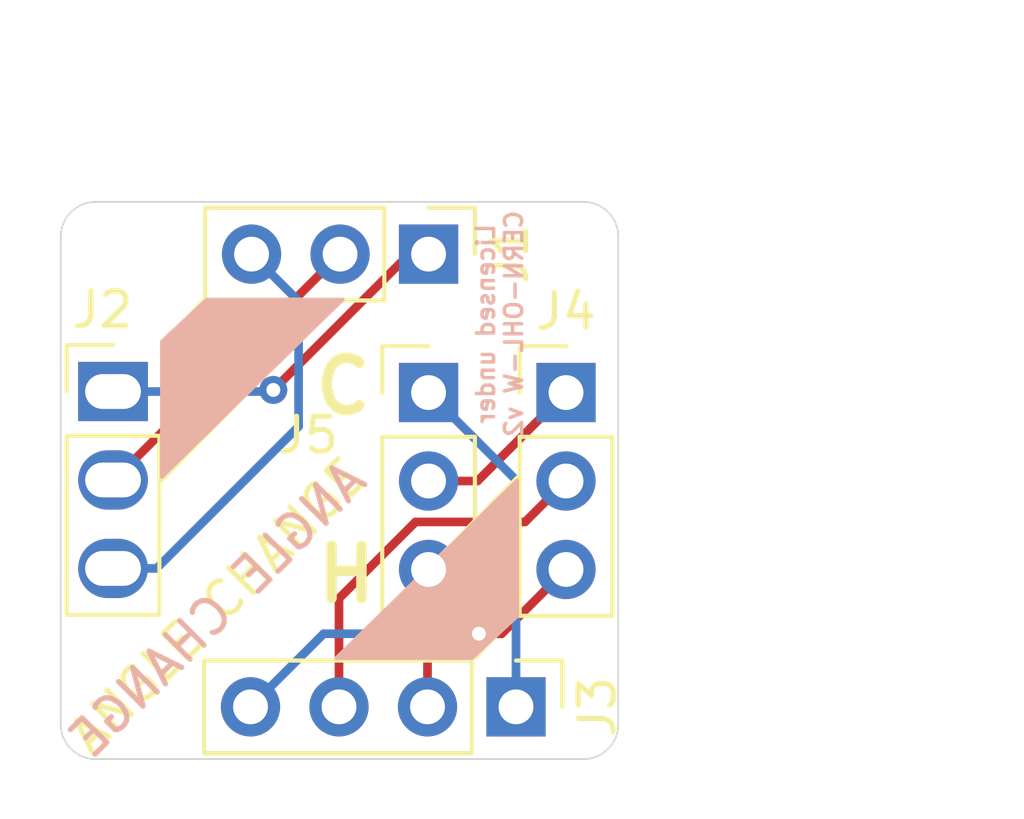
<source format=kicad_pcb>
(kicad_pcb (version 20171130) (host pcbnew "(5.1.6)-1")

  (general
    (thickness 1.6)
    (drawings 20)
    (tracks 26)
    (zones 0)
    (modules 5)
    (nets 9)
  )

  (page A4)
  (layers
    (0 F.Cu signal)
    (31 B.Cu signal)
    (32 B.Adhes user)
    (33 F.Adhes user)
    (34 B.Paste user)
    (35 F.Paste user)
    (36 B.SilkS user)
    (37 F.SilkS user)
    (38 B.Mask user)
    (39 F.Mask user)
    (40 Dwgs.User user)
    (41 Cmts.User user)
    (42 Eco1.User user)
    (43 Eco2.User user)
    (44 Edge.Cuts user)
    (45 Margin user)
    (46 B.CrtYd user)
    (47 F.CrtYd user)
    (48 B.Fab user)
    (49 F.Fab user)
  )

  (setup
    (last_trace_width 0.25)
    (trace_clearance 0.2)
    (zone_clearance 0.508)
    (zone_45_only no)
    (trace_min 0.2)
    (via_size 0.8)
    (via_drill 0.4)
    (via_min_size 0.4)
    (via_min_drill 0.3)
    (uvia_size 0.3)
    (uvia_drill 0.1)
    (uvias_allowed no)
    (uvia_min_size 0.2)
    (uvia_min_drill 0.1)
    (edge_width 0.05)
    (segment_width 0.2)
    (pcb_text_width 0.3)
    (pcb_text_size 1.5 1.5)
    (mod_edge_width 0.12)
    (mod_text_size 1 1)
    (mod_text_width 0.15)
    (pad_size 2 1.7)
    (pad_drill 1.6)
    (pad_to_mask_clearance 0.05)
    (aux_axis_origin 125 110)
    (grid_origin 125 110)
    (visible_elements 7FFFFFFF)
    (pcbplotparams
      (layerselection 0x010f0_ffffffff)
      (usegerberextensions true)
      (usegerberattributes true)
      (usegerberadvancedattributes true)
      (creategerberjobfile false)
      (excludeedgelayer true)
      (linewidth 0.100000)
      (plotframeref false)
      (viasonmask false)
      (mode 1)
      (useauxorigin false)
      (hpglpennumber 1)
      (hpglpenspeed 20)
      (hpglpendiameter 15.000000)
      (psnegative false)
      (psa4output false)
      (plotreference true)
      (plotvalue true)
      (plotinvisibletext false)
      (padsonsilk false)
      (subtractmaskfromsilk false)
      (outputformat 1)
      (mirror false)
      (drillshape 0)
      (scaleselection 1)
      (outputdirectory "gerber/"))
  )

  (net 0 "")
  (net 1 B)
  (net 2 R)
  (net 3 G)
  (net 4 V)
  (net 5 H)
  (net 6 GND)
  (net 7 CSYNC)
  (net 8 "Net-(J4-Pad1)")

  (net_class Default "This is the default net class."
    (clearance 0.2)
    (trace_width 0.25)
    (via_dia 0.8)
    (via_drill 0.4)
    (uvia_dia 0.3)
    (uvia_drill 0.1)
    (add_net B)
    (add_net CSYNC)
    (add_net G)
    (add_net GND)
    (add_net H)
    (add_net "Net-(J4-Pad1)")
    (add_net R)
    (add_net V)
  )

  (module Connector_PinHeader_2.54mm:PinHeader_1x04_P2.54mm_Vertical (layer F.Cu) (tedit 59FED5CC) (tstamp 62631DE2)
    (at 138.065 108.5 270)
    (descr "Through hole straight pin header, 1x04, 2.54mm pitch, single row")
    (tags "Through hole pin header THT 1x04 2.54mm single row")
    (path /6263D794)
    (fp_text reference J3 (at 0 -2.33 90) (layer F.SilkS)
      (effects (font (size 1 1) (thickness 0.15)))
    )
    (fp_text value TO_VGA2 (at 0 9.95 90) (layer F.Fab)
      (effects (font (size 1 1) (thickness 0.15)))
    )
    (fp_line (start 1.8 -1.8) (end -1.8 -1.8) (layer F.CrtYd) (width 0.05))
    (fp_line (start 1.8 9.4) (end 1.8 -1.8) (layer F.CrtYd) (width 0.05))
    (fp_line (start -1.8 9.4) (end 1.8 9.4) (layer F.CrtYd) (width 0.05))
    (fp_line (start -1.8 -1.8) (end -1.8 9.4) (layer F.CrtYd) (width 0.05))
    (fp_line (start -1.33 -1.33) (end 0 -1.33) (layer F.SilkS) (width 0.12))
    (fp_line (start -1.33 0) (end -1.33 -1.33) (layer F.SilkS) (width 0.12))
    (fp_line (start -1.33 1.27) (end 1.33 1.27) (layer F.SilkS) (width 0.12))
    (fp_line (start 1.33 1.27) (end 1.33 8.95) (layer F.SilkS) (width 0.12))
    (fp_line (start -1.33 1.27) (end -1.33 8.95) (layer F.SilkS) (width 0.12))
    (fp_line (start -1.33 8.95) (end 1.33 8.95) (layer F.SilkS) (width 0.12))
    (fp_line (start -1.27 -0.635) (end -0.635 -1.27) (layer F.Fab) (width 0.1))
    (fp_line (start -1.27 8.89) (end -1.27 -0.635) (layer F.Fab) (width 0.1))
    (fp_line (start 1.27 8.89) (end -1.27 8.89) (layer F.Fab) (width 0.1))
    (fp_line (start 1.27 -1.27) (end 1.27 8.89) (layer F.Fab) (width 0.1))
    (fp_line (start -0.635 -1.27) (end 1.27 -1.27) (layer F.Fab) (width 0.1))
    (fp_text user %R (at 0 3.81) (layer F.Fab)
      (effects (font (size 1 1) (thickness 0.15)))
    )
    (pad 4 thru_hole oval (at 0 7.62 270) (size 1.7 1.7) (drill 1) (layers *.Cu *.Mask)
      (net 6 GND))
    (pad 3 thru_hole oval (at 0 5.08 270) (size 1.7 1.7) (drill 1) (layers *.Cu *.Mask)
      (net 4 V))
    (pad 2 thru_hole oval (at 0 2.54 270) (size 1.7 1.7) (drill 1) (layers *.Cu *.Mask)
      (net 5 H))
    (pad 1 thru_hole rect (at 0 0 270) (size 1.7 1.7) (drill 1) (layers *.Cu *.Mask)
      (net 7 CSYNC))
    (model ${KISYS3DMOD}/Connector_PinHeader_2.54mm.3dshapes/PinHeader_1x04_P2.54mm_Vertical.wrl
      (at (xyz 0 0 0))
      (scale (xyz 1 1 1))
      (rotate (xyz 0 0 0))
    )
  )

  (module Connector_PinHeader_2.54mm:PinHeader_1x03_P2.54mm_Vertical (layer F.Cu) (tedit 59FED5CC) (tstamp 629D0D78)
    (at 135.555 99.475)
    (descr "Through hole straight pin header, 1x03, 2.54mm pitch, single row")
    (tags "Through hole pin header THT 1x03 2.54mm single row")
    (path /629D1BC6)
    (fp_text reference J5 (at -3.455 1.225) (layer F.SilkS)
      (effects (font (size 1 1) (thickness 0.15)))
    )
    (fp_text value C/H (at 0 7.41) (layer F.Fab)
      (effects (font (size 1 1) (thickness 0.15)))
    )
    (fp_line (start 1.8 -1.8) (end -1.8 -1.8) (layer F.CrtYd) (width 0.05))
    (fp_line (start 1.8 6.85) (end 1.8 -1.8) (layer F.CrtYd) (width 0.05))
    (fp_line (start -1.8 6.85) (end 1.8 6.85) (layer F.CrtYd) (width 0.05))
    (fp_line (start -1.8 -1.8) (end -1.8 6.85) (layer F.CrtYd) (width 0.05))
    (fp_line (start -1.33 -1.33) (end 0 -1.33) (layer F.SilkS) (width 0.12))
    (fp_line (start -1.33 0) (end -1.33 -1.33) (layer F.SilkS) (width 0.12))
    (fp_line (start -1.33 1.27) (end 1.33 1.27) (layer F.SilkS) (width 0.12))
    (fp_line (start 1.33 1.27) (end 1.33 6.41) (layer F.SilkS) (width 0.12))
    (fp_line (start -1.33 1.27) (end -1.33 6.41) (layer F.SilkS) (width 0.12))
    (fp_line (start -1.33 6.41) (end 1.33 6.41) (layer F.SilkS) (width 0.12))
    (fp_line (start -1.27 -0.635) (end -0.635 -1.27) (layer F.Fab) (width 0.1))
    (fp_line (start -1.27 6.35) (end -1.27 -0.635) (layer F.Fab) (width 0.1))
    (fp_line (start 1.27 6.35) (end -1.27 6.35) (layer F.Fab) (width 0.1))
    (fp_line (start 1.27 -1.27) (end 1.27 6.35) (layer F.Fab) (width 0.1))
    (fp_line (start -0.635 -1.27) (end 1.27 -1.27) (layer F.Fab) (width 0.1))
    (fp_text user %R (at 0 2.54 90) (layer F.Fab)
      (effects (font (size 1 1) (thickness 0.15)))
    )
    (pad 3 thru_hole oval (at 0 5.08) (size 1.7 1.7) (drill 1) (layers *.Cu *.Mask)
      (net 5 H))
    (pad 2 thru_hole oval (at 0 2.54) (size 1.7 1.7) (drill 1) (layers *.Cu *.Mask)
      (net 8 "Net-(J4-Pad1)"))
    (pad 1 thru_hole rect (at 0 0) (size 1.7 1.7) (drill 1) (layers *.Cu *.Mask)
      (net 7 CSYNC))
    (model ${KISYS3DMOD}/Connector_PinHeader_2.54mm.3dshapes/PinHeader_1x03_P2.54mm_Vertical.wrl
      (at (xyz 0 0 0))
      (scale (xyz 1 1 1))
      (rotate (xyz 0 0 0))
    )
  )

  (module Connector_PinHeader_2.54mm:PinHeader_1x03_P2.54mm_Vertical (layer F.Cu) (tedit 59FED5CC) (tstamp 629D0D61)
    (at 139.5 99.475)
    (descr "Through hole straight pin header, 1x03, 2.54mm pitch, single row")
    (tags "Through hole pin header THT 1x03 2.54mm single row")
    (path /629E0958)
    (fp_text reference J4 (at 0 -2.33) (layer F.SilkS)
      (effects (font (size 1 1) (thickness 0.15)))
    )
    (fp_text value TO_VGA2 (at 0 7.41) (layer F.Fab)
      (effects (font (size 1 1) (thickness 0.15)))
    )
    (fp_line (start 1.8 -1.8) (end -1.8 -1.8) (layer F.CrtYd) (width 0.05))
    (fp_line (start 1.8 6.85) (end 1.8 -1.8) (layer F.CrtYd) (width 0.05))
    (fp_line (start -1.8 6.85) (end 1.8 6.85) (layer F.CrtYd) (width 0.05))
    (fp_line (start -1.8 -1.8) (end -1.8 6.85) (layer F.CrtYd) (width 0.05))
    (fp_line (start -1.33 -1.33) (end 0 -1.33) (layer F.SilkS) (width 0.12))
    (fp_line (start -1.33 0) (end -1.33 -1.33) (layer F.SilkS) (width 0.12))
    (fp_line (start -1.33 1.27) (end 1.33 1.27) (layer F.SilkS) (width 0.12))
    (fp_line (start 1.33 1.27) (end 1.33 6.41) (layer F.SilkS) (width 0.12))
    (fp_line (start -1.33 1.27) (end -1.33 6.41) (layer F.SilkS) (width 0.12))
    (fp_line (start -1.33 6.41) (end 1.33 6.41) (layer F.SilkS) (width 0.12))
    (fp_line (start -1.27 -0.635) (end -0.635 -1.27) (layer F.Fab) (width 0.1))
    (fp_line (start -1.27 6.35) (end -1.27 -0.635) (layer F.Fab) (width 0.1))
    (fp_line (start 1.27 6.35) (end -1.27 6.35) (layer F.Fab) (width 0.1))
    (fp_line (start 1.27 -1.27) (end 1.27 6.35) (layer F.Fab) (width 0.1))
    (fp_line (start -0.635 -1.27) (end 1.27 -1.27) (layer F.Fab) (width 0.1))
    (fp_text user %R (at 0 2.54 90) (layer F.Fab)
      (effects (font (size 1 1) (thickness 0.15)))
    )
    (pad 3 thru_hole oval (at 0 5.08) (size 1.7 1.7) (drill 1) (layers *.Cu *.Mask)
      (net 6 GND))
    (pad 2 thru_hole oval (at 0 2.54) (size 1.7 1.7) (drill 1) (layers *.Cu *.Mask)
      (net 4 V))
    (pad 1 thru_hole rect (at 0 0) (size 1.7 1.7) (drill 1) (layers *.Cu *.Mask)
      (net 8 "Net-(J4-Pad1)"))
    (model ${KISYS3DMOD}/Connector_PinHeader_2.54mm.3dshapes/PinHeader_1x03_P2.54mm_Vertical.wrl
      (at (xyz 0 0 0))
      (scale (xyz 1 1 1))
      (rotate (xyz 0 0 0))
    )
  )

  (module Connector_PinHeader_2.54mm:PinHeader_1x03_P2.54mm_Vertical (layer F.Cu) (tedit 59FED5CC) (tstamp 629D0CC6)
    (at 135.555 95.5 270)
    (descr "Through hole straight pin header, 1x03, 2.54mm pitch, single row")
    (tags "Through hole pin header THT 1x03 2.54mm single row")
    (path /629E094E)
    (fp_text reference J1 (at 0 -2.33 90) (layer F.SilkS)
      (effects (font (size 1 1) (thickness 0.15)))
    )
    (fp_text value TO_VGA1 (at 0 7.41 90) (layer F.Fab)
      (effects (font (size 1 1) (thickness 0.15)))
    )
    (fp_line (start 1.8 -1.8) (end -1.8 -1.8) (layer F.CrtYd) (width 0.05))
    (fp_line (start 1.8 6.85) (end 1.8 -1.8) (layer F.CrtYd) (width 0.05))
    (fp_line (start -1.8 6.85) (end 1.8 6.85) (layer F.CrtYd) (width 0.05))
    (fp_line (start -1.8 -1.8) (end -1.8 6.85) (layer F.CrtYd) (width 0.05))
    (fp_line (start -1.33 -1.33) (end 0 -1.33) (layer F.SilkS) (width 0.12))
    (fp_line (start -1.33 0) (end -1.33 -1.33) (layer F.SilkS) (width 0.12))
    (fp_line (start -1.33 1.27) (end 1.33 1.27) (layer F.SilkS) (width 0.12))
    (fp_line (start 1.33 1.27) (end 1.33 6.41) (layer F.SilkS) (width 0.12))
    (fp_line (start -1.33 1.27) (end -1.33 6.41) (layer F.SilkS) (width 0.12))
    (fp_line (start -1.33 6.41) (end 1.33 6.41) (layer F.SilkS) (width 0.12))
    (fp_line (start -1.27 -0.635) (end -0.635 -1.27) (layer F.Fab) (width 0.1))
    (fp_line (start -1.27 6.35) (end -1.27 -0.635) (layer F.Fab) (width 0.1))
    (fp_line (start 1.27 6.35) (end -1.27 6.35) (layer F.Fab) (width 0.1))
    (fp_line (start 1.27 -1.27) (end 1.27 6.35) (layer F.Fab) (width 0.1))
    (fp_line (start -0.635 -1.27) (end 1.27 -1.27) (layer F.Fab) (width 0.1))
    (fp_text user %R (at 0 2.54) (layer F.Fab)
      (effects (font (size 1 1) (thickness 0.15)))
    )
    (pad 3 thru_hole oval (at 0 5.08 270) (size 1.7 1.7) (drill 1) (layers *.Cu *.Mask)
      (net 1 B))
    (pad 2 thru_hole oval (at 0 2.54 270) (size 1.7 1.7) (drill 1) (layers *.Cu *.Mask)
      (net 3 G))
    (pad 1 thru_hole rect (at 0 0 270) (size 1.7 1.7) (drill 1) (layers *.Cu *.Mask)
      (net 2 R))
    (model ${KISYS3DMOD}/Connector_PinHeader_2.54mm.3dshapes/PinHeader_1x03_P2.54mm_Vertical.wrl
      (at (xyz 0 0 0))
      (scale (xyz 1 1 1))
      (rotate (xyz 0 0 0))
    )
  )

  (module Connector_PinHeader_2.54mm:PinHeader_1x03_P2.54mm_Vertical (layer F.Cu) (tedit 6284B515) (tstamp 6284B74C)
    (at 126.5 99.445)
    (descr "Through hole straight pin header, 1x03, 2.54mm pitch, single row")
    (tags "Through hole pin header THT 1x03 2.54mm single row")
    (path /6263C9B5)
    (fp_text reference J2 (at -0.3 -2.345) (layer F.SilkS)
      (effects (font (size 1 1) (thickness 0.15)))
    )
    (fp_text value TO_VGA1 (at 0 7.41) (layer F.Fab)
      (effects (font (size 1 1) (thickness 0.15)))
    )
    (fp_line (start 1.8 -1.8) (end -1.8 -1.8) (layer F.CrtYd) (width 0.05))
    (fp_line (start 1.8 6.85) (end 1.8 -1.8) (layer F.CrtYd) (width 0.05))
    (fp_line (start -1.8 6.85) (end 1.8 6.85) (layer F.CrtYd) (width 0.05))
    (fp_line (start -1.8 -1.8) (end -1.8 6.85) (layer F.CrtYd) (width 0.05))
    (fp_line (start -1.33 -1.33) (end 0 -1.33) (layer F.SilkS) (width 0.12))
    (fp_line (start -1.33 0) (end -1.33 -1.33) (layer F.SilkS) (width 0.12))
    (fp_line (start -1.33 1.27) (end 1.33 1.27) (layer F.SilkS) (width 0.12))
    (fp_line (start 1.33 1.27) (end 1.33 6.41) (layer F.SilkS) (width 0.12))
    (fp_line (start -1.33 1.27) (end -1.33 6.41) (layer F.SilkS) (width 0.12))
    (fp_line (start -1.33 6.41) (end 1.33 6.41) (layer F.SilkS) (width 0.12))
    (fp_line (start -1.27 -0.635) (end -0.635 -1.27) (layer F.Fab) (width 0.1))
    (fp_line (start -1.27 6.35) (end -1.27 -0.635) (layer F.Fab) (width 0.1))
    (fp_line (start 1.27 6.35) (end -1.27 6.35) (layer F.Fab) (width 0.1))
    (fp_line (start 1.27 -1.27) (end 1.27 6.35) (layer F.Fab) (width 0.1))
    (fp_line (start -0.635 -1.27) (end 1.27 -1.27) (layer F.Fab) (width 0.1))
    (fp_text user %R (at 0 2.54 90) (layer F.Fab)
      (effects (font (size 1 1) (thickness 0.15)))
    )
    (pad 1 thru_hole rect (at 0 0) (size 2 1.7) (drill oval 1.6 1) (layers *.Cu *.Mask)
      (net 2 R))
    (pad 2 thru_hole oval (at 0 2.54) (size 2 1.7) (drill oval 1.6 1) (layers *.Cu *.Mask)
      (net 3 G))
    (pad 3 thru_hole oval (at 0 5.08) (size 2 1.7) (drill oval 1.6 1) (layers *.Cu *.Mask)
      (net 1 B))
    (model ${KISYS3DMOD}/Connector_PinHeader_2.54mm.3dshapes/PinHeader_1x03_P2.54mm_Vertical.wrl
      (at (xyz 0 0 0))
      (scale (xyz 1 1 1))
      (rotate (xyz 0 0 0))
    )
  )

  (gr_text "Licensed under\nCERN-OHL-W v2" (at 137.6 97.5 90) (layer B.SilkS)
    (effects (font (size 0.5 0.5) (thickness 0.1)) (justify mirror))
  )
  (gr_text C (at 133.1 99.3) (layer F.SilkS)
    (effects (font (size 1.5 1.5) (thickness 0.3)))
  )
  (gr_text H (at 133.2 104.7) (layer F.SilkS)
    (effects (font (size 1.5 1.5) (thickness 0.3)))
  )
  (gr_text "ANGLE CHANGE" (at 129.5 105.7 45) (layer B.SilkS) (tstamp 6284B99B)
    (effects (font (size 1 1) (thickness 0.15)) (justify mirror))
  )
  (gr_poly (pts (xy 133.1 96.8) (xy 129.2 96.8) (xy 127.9 98) (xy 127.9 101.9)) (layer B.SilkS) (width 0.1) (tstamp 6284B932))
  (gr_poly (pts (xy 132.9 107.1) (xy 136.8 107.1) (xy 138.1 105.9) (xy 138.1 102)) (layer B.SilkS) (width 0.1) (tstamp 6284B92C))
  (gr_poly (pts (xy 138.1 101.9) (xy 138.1 105.8) (xy 136.9 107.1) (xy 133 107.1)) (layer F.SilkS) (width 0.1) (tstamp 6284B928))
  (gr_poly (pts (xy 127.9 102) (xy 127.9 98.1) (xy 129.1 96.8) (xy 133 96.8)) (layer F.SilkS) (width 0.1))
  (gr_arc (start 126 109) (end 125 109) (angle -90) (layer Edge.Cuts) (width 0.05))
  (gr_arc (start 126 95) (end 126 94) (angle -90) (layer Edge.Cuts) (width 0.05))
  (gr_arc (start 140 95) (end 141 95) (angle -90) (layer Edge.Cuts) (width 0.05))
  (gr_arc (start 140 109) (end 140 110) (angle -90) (layer Edge.Cuts) (width 0.05))
  (gr_line (start 126 94) (end 140 94) (layer Edge.Cuts) (width 0.05) (tstamp 626487CA))
  (gr_line (start 125 109) (end 125 95) (layer Edge.Cuts) (width 0.05))
  (gr_line (start 140 110) (end 126 110) (layer Edge.Cuts) (width 0.05))
  (gr_line (start 141 95) (end 141 109) (layer Edge.Cuts) (width 0.05))
  (dimension 8 (width 0.15) (layer Dwgs.User)
    (gr_text "8.000 mm" (at 151.3 106 90) (layer Dwgs.User)
      (effects (font (size 1 1) (thickness 0.15)))
    )
    (feature1 (pts (xy 141 102) (xy 150.586421 102)))
    (feature2 (pts (xy 141 110) (xy 150.586421 110)))
    (crossbar (pts (xy 150 110) (xy 150 102)))
    (arrow1a (pts (xy 150 102) (xy 150.586421 103.126504)))
    (arrow1b (pts (xy 150 102) (xy 149.413579 103.126504)))
    (arrow2a (pts (xy 150 110) (xy 150.586421 108.873496)))
    (arrow2b (pts (xy 150 110) (xy 149.413579 108.873496)))
  )
  (dimension 16 (width 0.15) (layer Dwgs.User)
    (gr_text "16.000 mm" (at 133 88.9) (layer Dwgs.User)
      (effects (font (size 1 1) (thickness 0.15)))
    )
    (feature1 (pts (xy 125 94) (xy 125 89.613579)))
    (feature2 (pts (xy 141 94) (xy 141 89.613579)))
    (crossbar (pts (xy 141 90.2) (xy 125 90.2)))
    (arrow1a (pts (xy 125 90.2) (xy 126.126504 89.613579)))
    (arrow1b (pts (xy 125 90.2) (xy 126.126504 90.786421)))
    (arrow2a (pts (xy 141 90.2) (xy 139.873496 89.613579)))
    (arrow2b (pts (xy 141 90.2) (xy 139.873496 90.786421)))
  )
  (dimension 16 (width 0.15) (layer Dwgs.User)
    (gr_text "16.000 mm" (at 145.9 102 270) (layer Dwgs.User)
      (effects (font (size 1 1) (thickness 0.15)))
    )
    (feature1 (pts (xy 141 110) (xy 145.186421 110)))
    (feature2 (pts (xy 141 94) (xy 145.186421 94)))
    (crossbar (pts (xy 144.6 94) (xy 144.6 110)))
    (arrow1a (pts (xy 144.6 110) (xy 144.013579 108.873496)))
    (arrow1b (pts (xy 144.6 110) (xy 145.186421 108.873496)))
    (arrow2a (pts (xy 144.6 94) (xy 144.013579 95.126504)))
    (arrow2b (pts (xy 144.6 94) (xy 145.186421 95.126504)))
  )
  (gr_text "ANGLE CHANGE" (at 129.5 105.6 45) (layer F.SilkS)
    (effects (font (size 1 1) (thickness 0.15)))
  )

  (segment (start 131.825002 100.449998) (end 131.825002 96.850002) (width 0.25) (layer B.Cu) (net 1))
  (segment (start 127.75 104.525) (end 131.825002 100.449998) (width 0.25) (layer B.Cu) (net 1))
  (segment (start 131.825002 96.850002) (end 130.475 95.5) (width 0.25) (layer B.Cu) (net 1))
  (segment (start 126.5 104.525) (end 127.75 104.525) (width 0.25) (layer B.Cu) (net 1))
  (via (at 131.1 99.4) (size 0.8) (drill 0.4) (layers F.Cu B.Cu) (net 2))
  (segment (start 131.055 99.445) (end 131.1 99.4) (width 0.25) (layer B.Cu) (net 2))
  (segment (start 126.5 99.445) (end 131.055 99.445) (width 0.25) (layer B.Cu) (net 2))
  (segment (start 135 95.5) (end 135.555 95.5) (width 0.25) (layer F.Cu) (net 2))
  (segment (start 131.1 99.4) (end 135 95.5) (width 0.25) (layer F.Cu) (net 2))
  (segment (start 126.53 101.985) (end 133.015 95.5) (width 0.25) (layer F.Cu) (net 3))
  (segment (start 126.5 101.985) (end 126.53 101.985) (width 0.25) (layer F.Cu) (net 3))
  (segment (start 138.324999 103.190001) (end 139.5 102.015) (width 0.25) (layer F.Cu) (net 4))
  (segment (start 135.180997 103.190001) (end 138.324999 103.190001) (width 0.25) (layer F.Cu) (net 4))
  (segment (start 132.985 105.385998) (end 135.180997 103.190001) (width 0.25) (layer F.Cu) (net 4))
  (segment (start 132.985 108.5) (end 132.985 105.385998) (width 0.25) (layer F.Cu) (net 4))
  (segment (start 135.525 104.585) (end 135.555 104.555) (width 0.25) (layer F.Cu) (net 5))
  (segment (start 135.525 108.5) (end 135.525 104.585) (width 0.25) (layer F.Cu) (net 5))
  (via (at 137 106.4) (size 0.8) (drill 0.4) (layers F.Cu B.Cu) (net 6))
  (segment (start 139.5 104.555) (end 137.655 106.4) (width 0.25) (layer F.Cu) (net 6))
  (segment (start 137.655 106.4) (end 137 106.4) (width 0.25) (layer F.Cu) (net 6))
  (segment (start 132.545 106.4) (end 130.445 108.5) (width 0.25) (layer B.Cu) (net 6))
  (segment (start 137 106.4) (end 132.545 106.4) (width 0.25) (layer B.Cu) (net 6))
  (segment (start 138.065 101.985) (end 135.555 99.475) (width 0.25) (layer B.Cu) (net 7))
  (segment (start 138.065 108.5) (end 138.065 101.985) (width 0.25) (layer B.Cu) (net 7))
  (segment (start 136.96 102.015) (end 139.5 99.475) (width 0.25) (layer F.Cu) (net 8))
  (segment (start 135.555 102.015) (end 136.96 102.015) (width 0.25) (layer F.Cu) (net 8))

)

</source>
